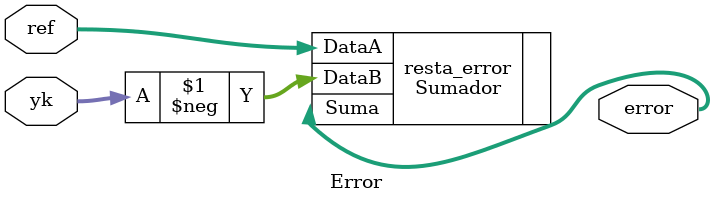
<source format=v>
`timescale 1ns / 1ps
module Error#(parameter N=19)(

	input signed [N-1:0] ref,yk,
	output signed [N-1:0] error
    );

wire signed [N-1:0] resta_e;

	 
Sumador #(.N(N)) resta_error (
    .DataA(ref), 
    .DataB(-(yk)), 
    .Suma(error)
    );

endmodule

</source>
